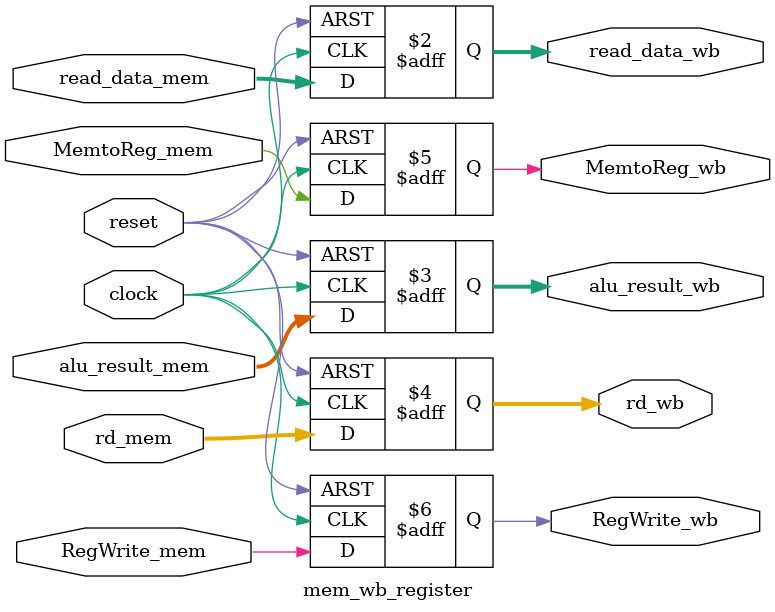
<source format=v>
module mem_wb_register (
    input wire         clock, 
    input wire         reset,
    // Entradas do estágio MEM
    input wire [31:0]  read_data_mem,
    input wire [31:0]  alu_result_mem,
    input wire [4:0]   rd_mem,
    // Sinais de controle
    input wire         MemtoReg_mem,
    input wire         RegWrite_mem,

    // Saídas para o estágio WB
    output reg [31:0]  read_data_wb,
    output reg [31:0]  alu_result_wb,
    output reg [4:0]   rd_wb,
    // Sinais de controle para WB
    output reg         MemtoReg_wb,
    output reg         RegWrite_wb
);
    always @(posedge clock or posedge reset) begin
        if (reset) begin
            read_data_wb  <= 32'b0;
            alu_result_wb <= 32'b0;
            rd_wb         <= 5'b0;
            MemtoReg_wb <= 1'b0;
            RegWrite_wb  <= 1'b0;
        end else begin
            read_data_wb  <= read_data_mem;
            alu_result_wb <= alu_result_mem;
            rd_wb         <= rd_mem;
            MemtoReg_wb <= MemtoReg_mem;
            RegWrite_wb  <= RegWrite_mem;
        end
    end
endmodule
</source>
